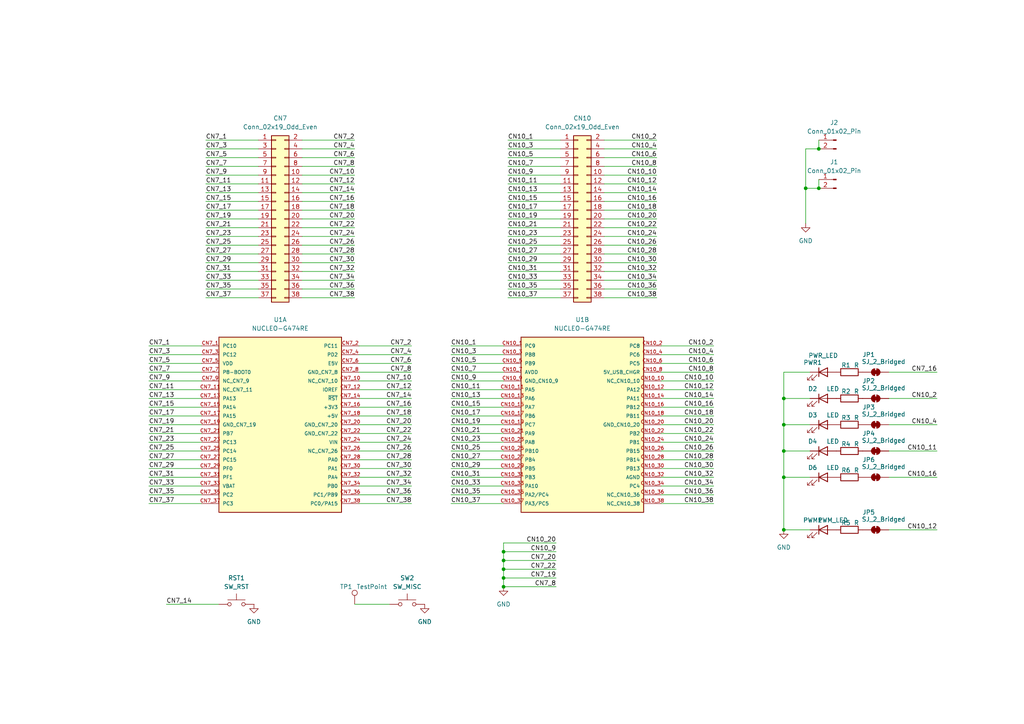
<source format=kicad_sch>
(kicad_sch (version 20250114) (generator "eeschema") (generator_version "9.0")
  (paper "A4")
  (lib_symbols
    (symbol "Connector:Conn_01x02_Pin" (pin_names (offset 1.016) (hide yes))
      (property "Reference" "J" (at 0 2.54 0))
      (property "Value" "Conn_01x02_Pin" (at 0 -5.08 0))
      (symbol "Conn_01x02_Pin_1_1"
        (rectangle (start 0.8636 0.127) (end 0 -0.127) (stroke (width 0.1524)) (fill (type outline)))
        (rectangle (start 0.8636 -2.413) (end 0 -2.667) (stroke (width 0.1524)) (fill (type outline)))
        (polyline (pts (xy 1.27 0) (xy 0.8636 0)) (stroke (width 0.1524)))
        (polyline (pts (xy 1.27 -2.54) (xy 0.8636 -2.54)) (stroke (width 0.1524)))
        (pin passive line (at 5.08 0 180) (length 3.81) (name "Pin_1") (number "1"))
        (pin passive line (at 5.08 -2.54 180) (length 3.81) (name "Pin_2") (number "2"))
      )
    )
    (symbol "Connector:TestPoint" (pin_numbers (hide yes)) (pin_names (offset 0.762) (hide yes))
      (property "Reference" "TP" (at 0 6.858 0))
      (property "Value" "TestPoint" (at 0 5.08 0))
      (symbol "TestPoint_0_1"
        (circle (center 0 3.302) (radius 0.762))
      )
      (symbol "TestPoint_1_1"
        (pin passive line (at 0 0 90) (length 2.54) (name "1") (number "1"))
      )
    )
    (symbol "Connector_Generic:Conn_02x19_Odd_Even" (pin_names (offset 1.016) (hide yes))
      (property "Reference" "J" (at 1.27 25.4 0))
      (property "Value" "Conn_02x19_Odd_Even" (at 1.27 -25.4 0))
      (symbol "Conn_02x19_Odd_Even_1_1"
        (rectangle (start -1.27 24.13) (end 3.81 -24.13) (stroke (width 0.254)) (fill (type background)))
        (rectangle (start -1.27 22.987) (end 0 22.733) (stroke (width 0.1524)))
        (rectangle (start -1.27 20.447) (end 0 20.193) (stroke (width 0.1524)))
        (rectangle (start -1.27 17.907) (end 0 17.653) (stroke (width 0.1524)))
        (rectangle (start -1.27 15.367) (end 0 15.113) (stroke (width 0.1524)))
        (rectangle (start -1.27 12.827) (end 0 12.573) (stroke (width 0.1524)))
        (rectangle (start -1.27 10.287) (end 0 10.033) (stroke (width 0.1524)))
        (rectangle (start -1.27 7.747) (end 0 7.493) (stroke (width 0.1524)))
        (rectangle (start -1.27 5.207) (end 0 4.953) (stroke (width 0.1524)))
        (rectangle (start -1.27 2.667) (end 0 2.413) (stroke (width 0.1524)))
        (rectangle (start -1.27 0.127) (end 0 -0.127) (stroke (width 0.1524)))
        (rectangle (start -1.27 -2.413) (end 0 -2.667) (stroke (width 0.1524)))
        (rectangle (start -1.27 -4.953) (end 0 -5.207) (stroke (width 0.1524)))
        (rectangle (start -1.27 -7.493) (end 0 -7.747) (stroke (width 0.1524)))
        (rectangle (start -1.27 -10.033) (end 0 -10.287) (stroke (width 0.1524)))
        (rectangle (start -1.27 -12.573) (end 0 -12.827) (stroke (width 0.1524)))
        (rectangle (start -1.27 -15.113) (end 0 -15.367) (stroke (width 0.1524)))
        (rectangle (start -1.27 -17.653) (end 0 -17.907) (stroke (width 0.1524)))
        (rectangle (start -1.27 -20.193) (end 0 -20.447) (stroke (width 0.1524)))
        (rectangle (start -1.27 -22.733) (end 0 -22.987) (stroke (width 0.1524)))
        (rectangle (start 3.81 22.987) (end 2.54 22.733) (stroke (width 0.1524)))
        (rectangle (start 3.81 20.447) (end 2.54 20.193) (stroke (width 0.1524)))
        (rectangle (start 3.81 17.907) (end 2.54 17.653) (stroke (width 0.1524)))
        (rectangle (start 3.81 15.367) (end 2.54 15.113) (stroke (width 0.1524)))
        (rectangle (start 3.81 12.827) (end 2.54 12.573) (stroke (width 0.1524)))
        (rectangle (start 3.81 10.287) (end 2.54 10.033) (stroke (width 0.1524)))
        (rectangle (start 3.81 7.747) (end 2.54 7.493) (stroke (width 0.1524)))
        (rectangle (start 3.81 5.207) (end 2.54 4.953) (stroke (width 0.1524)))
        (rectangle (start 3.81 2.667) (end 2.54 2.413) (stroke (width 0.1524)))
        (rectangle (start 3.81 0.127) (end 2.54 -0.127) (stroke (width 0.1524)))
        (rectangle (start 3.81 -2.413) (end 2.54 -2.667) (stroke (width 0.1524)))
        (rectangle (start 3.81 -4.953) (end 2.54 -5.207) (stroke (width 0.1524)))
        (rectangle (start 3.81 -7.493) (end 2.54 -7.747) (stroke (width 0.1524)))
        (rectangle (start 3.81 -10.033) (end 2.54 -10.287) (stroke (width 0.1524)))
        (rectangle (start 3.81 -12.573) (end 2.54 -12.827) (stroke (width 0.1524)))
        (rectangle (start 3.81 -15.113) (end 2.54 -15.367) (stroke (width 0.1524)))
        (rectangle (start 3.81 -17.653) (end 2.54 -17.907) (stroke (width 0.1524)))
        (rectangle (start 3.81 -20.193) (end 2.54 -20.447) (stroke (width 0.1524)))
        (rectangle (start 3.81 -22.733) (end 2.54 -22.987) (stroke (width 0.1524)))
        (pin passive line (at -5.08 22.86 0) (length 3.81) (name "Pin_1") (number "1"))
        (pin passive line (at -5.08 20.32 0) (length 3.81) (name "Pin_3") (number "3"))
        (pin passive line (at -5.08 17.78 0) (length 3.81) (name "Pin_5") (number "5"))
        (pin passive line (at -5.08 15.24 0) (length 3.81) (name "Pin_7") (number "7"))
        (pin passive line (at -5.08 12.7 0) (length 3.81) (name "Pin_9") (number "9"))
        (pin passive line (at -5.08 10.16 0) (length 3.81) (name "Pin_11") (number "11"))
        (pin passive line (at -5.08 7.62 0) (length 3.81) (name "Pin_13") (number "13"))
        (pin passive line (at -5.08 5.08 0) (length 3.81) (name "Pin_15") (number "15"))
        (pin passive line (at -5.08 2.54 0) (length 3.81) (name "Pin_17") (number "17"))
        (pin passive line (at -5.08 0 0) (length 3.81) (name "Pin_19") (number "19"))
        (pin passive line (at -5.08 -2.54 0) (length 3.81) (name "Pin_21") (number "21"))
        (pin passive line (at -5.08 -5.08 0) (length 3.81) (name "Pin_23") (number "23"))
        (pin passive line (at -5.08 -7.62 0) (length 3.81) (name "Pin_25") (number "25"))
        (pin passive line (at -5.08 -10.16 0) (length 3.81) (name "Pin_27") (number "27"))
        (pin passive line (at -5.08 -12.7 0) (length 3.81) (name "Pin_29") (number "29"))
        (pin passive line (at -5.08 -15.24 0) (length 3.81) (name "Pin_31") (number "31"))
        (pin passive line (at -5.08 -17.78 0) (length 3.81) (name "Pin_33") (number "33"))
        (pin passive line (at -5.08 -20.32 0) (length 3.81) (name "Pin_35") (number "35"))
        (pin passive line (at -5.08 -22.86 0) (length 3.81) (name "Pin_37") (number "37"))
        (pin passive line (at 7.62 22.86 180) (length 3.81) (name "Pin_2") (number "2"))
        (pin passive line (at 7.62 20.32 180) (length 3.81) (name "Pin_4") (number "4"))
        (pin passive line (at 7.62 17.78 180) (length 3.81) (name "Pin_6") (number "6"))
        (pin passive line (at 7.62 15.24 180) (length 3.81) (name "Pin_8") (number "8"))
        (pin passive line (at 7.62 12.7 180) (length 3.81) (name "Pin_10") (number "10"))
        (pin passive line (at 7.62 10.16 180) (length 3.81) (name "Pin_12") (number "12"))
        (pin passive line (at 7.62 7.62 180) (length 3.81) (name "Pin_14") (number "14"))
        (pin passive line (at 7.62 5.08 180) (length 3.81) (name "Pin_16") (number "16"))
        (pin passive line (at 7.62 2.54 180) (length 3.81) (name "Pin_18") (number "18"))
        (pin passive line (at 7.62 0 180) (length 3.81) (name "Pin_20") (number "20"))
        (pin passive line (at 7.62 -2.54 180) (length 3.81) (name "Pin_22") (number "22"))
        (pin passive line (at 7.62 -5.08 180) (length 3.81) (name "Pin_24") (number "24"))
        (pin passive line (at 7.62 -7.62 180) (length 3.81) (name "Pin_26") (number "26"))
        (pin passive line (at 7.62 -10.16 180) (length 3.81) (name "Pin_28") (number "28"))
        (pin passive line (at 7.62 -12.7 180) (length 3.81) (name "Pin_30") (number "30"))
        (pin passive line (at 7.62 -15.24 180) (length 3.81) (name "Pin_32") (number "32"))
        (pin passive line (at 7.62 -17.78 180) (length 3.81) (name "Pin_34") (number "34"))
        (pin passive line (at 7.62 -20.32 180) (length 3.81) (name "Pin_36") (number "36"))
        (pin passive line (at 7.62 -22.86 180) (length 3.81) (name "Pin_38") (number "38"))
      )
    )
    (symbol "Device:LED" (pin_numbers (hide yes)) (pin_names (offset 1.016) (hide yes))
      (property "Reference" "D" (at 0 2.54 0))
      (property "Value" "LED" (at 0 -2.54 0))
      (symbol "LED_0_1"
        (polyline (pts (xy -3.048 -0.762) (xy -4.572 -2.286) (xy -3.81 -2.286) (xy -4.572 -2.286) (xy -4.572 -1.524)))
        (polyline (pts (xy -1.778 -0.762) (xy -3.302 -2.286) (xy -2.54 -2.286) (xy -3.302 -2.286) (xy -3.302 -1.524)))
        (polyline (pts (xy -1.27 0) (xy 1.27 0)))
        (polyline (pts (xy -1.27 -1.27) (xy -1.27 1.27)) (stroke (width 0.254)))
        (polyline (pts (xy 1.27 -1.27) (xy 1.27 1.27) (xy -1.27 0) (xy 1.27 -1.27)) (stroke (width 0.254)))
      )
      (symbol "LED_1_1"
        (pin passive line (at -3.81 0 0) (length 2.54) (name "K") (number "1"))
        (pin passive line (at 3.81 0 180) (length 2.54) (name "A") (number "2"))
      )
    )
    (symbol "Device:R" (pin_numbers (hide yes)) (pin_names (offset 0))
      (property "Reference" "R" (at 2.032 0 90))
      (property "Value" "R" (at 0 0 90))
      (symbol "R_0_1"
        (rectangle (start -1.016 -2.54) (end 1.016 2.54) (stroke (width 0.254)))
      )
      (symbol "R_1_1"
        (pin passive line (at 0 3.81 270) (length 1.27) (name "~") (number "1"))
        (pin passive line (at 0 -3.81 90) (length 1.27) (name "~") (number "2"))
      )
    )
    (symbol "Jumper:SolderJumper_2_Bridged" (pin_numbers (hide yes)) (pin_names (offset 0) (hide yes)) (exclude_from_sim yes) (in_bom no)
      (property "Reference" "JP" (at 0 2.032 0))
      (property "Value" "SolderJumper_2_Bridged" (at 0 -2.54 0))
      (symbol "SolderJumper_2_Bridged_0_1"
        (rectangle (start -0.508 0.508) (end 0.508 -0.508) (fill (type outline)))
        (polyline (pts (xy -0.254 1.016) (xy -0.254 -1.016)))
        (arc (start -0.254 -1.016) (mid -1.2656 0) (end -0.254 1.016))
        (arc (start -0.254 -1.016) (mid -1.2656 0) (end -0.254 1.016) (fill (type outline)))
        (arc (start 0.254 1.016) (mid 1.2656 0) (end 0.254 -1.016))
        (arc (start 0.254 1.016) (mid 1.2656 0) (end 0.254 -1.016) (fill (type outline)))
        (polyline (pts (xy 0.254 1.016) (xy 0.254 -1.016)))
      )
      (symbol "SolderJumper_2_Bridged_1_1"
        (pin passive line (at -3.81 0 0) (length 2.54) (name "A") (number "1"))
        (pin passive line (at 3.81 0 180) (length 2.54) (name "B") (number "2"))
      )
    )
    (symbol "NUCLEO-G474RE_1" (pin_names (offset 1.016))
      (property "Reference" "U1" (at 0 30.48 0))
      (property "Value" "NUCLEO-G474RE" (at 0 27.94 0))
      (symbol "NUCLEO-G474RE_1_1_0"
        (rectangle (start -17.78 -25.4) (end 17.78 25.4) (stroke (width 0.254)) (fill (type background)))
        (pin bidirectional line (at -22.86 22.86 0) (length 5.08) (name "PC10") (number "CN7_1"))
        (pin bidirectional line (at -22.86 20.32 0) (length 5.08) (name "PC12") (number "CN7_3"))
        (pin power_in line (at -22.86 17.78 0) (length 5.08) (name "VDD") (number "CN7_5"))
        (pin bidirectional line (at -22.86 15.24 0) (length 5.08) (name "P8-BOOT0") (number "CN7_7"))
        (pin bidirectional line (at -22.86 12.7 0) (length 5.08) (name "NC_CN7_9") (number "CN7_9"))
        (pin bidirectional line (at -22.86 10.16 0) (length 5.08) (name "NC_CN7_11") (number "CN7_11"))
        (pin bidirectional line (at -22.86 7.62 0) (length 5.08) (name "PA13") (number "CN7_13"))
        (pin bidirectional line (at -22.86 5.08 0) (length 5.08) (name "PA14") (number "CN7_15"))
        (pin bidirectional line (at -22.86 2.54 0) (length 5.08) (name "PA15") (number "CN7_17"))
        (pin power_in line (at -22.86 0 0) (length 5.08) (name "GND_CN7_19") (number "CN7_19"))
        (pin bidirectional line (at -22.86 -2.54 0) (length 5.08) (name "PB7") (number "CN7_21"))
        (pin bidirectional line (at -22.86 -5.08 0) (length 5.08) (name "PC13") (number "CN7_23"))
        (pin bidirectional line (at -22.86 -7.62 0) (length 5.08) (name "PC14") (number "CN7_25"))
        (pin bidirectional line (at -22.86 -10.16 0) (length 5.08) (name "PC15") (number "CN7_27"))
        (pin bidirectional line (at -22.86 -12.7 0) (length 5.08) (name "PF0") (number "CN7_29"))
        (pin bidirectional line (at -22.86 -15.24 0) (length 5.08) (name "PF1") (number "CN7_31"))
        (pin power_in line (at -22.86 -17.78 0) (length 5.08) (name "VBAT") (number "CN7_33"))
        (pin bidirectional line (at -22.86 -20.32 0) (length 5.08) (name "PC2") (number "CN7_35"))
        (pin bidirectional line (at -22.86 -22.86 0) (length 5.08) (name "PC3") (number "CN7_37"))
        (pin bidirectional line (at 22.86 22.86 180) (length 5.08) (name "PC11") (number "CN7_2"))
        (pin bidirectional line (at 22.86 20.32 180) (length 5.08) (name "PD2") (number "CN7_4"))
        (pin power_in line (at 22.86 17.78 180) (length 5.08) (name "E5V") (number "CN7_6"))
        (pin power_in line (at 22.86 15.24 180) (length 5.08) (name "GND_CN7_8") (number "CN7_8"))
        (pin bidirectional line (at 22.86 12.7 180) (length 5.08) (name "NC_CN7_10") (number "CN7_10"))
        (pin input line (at 22.86 10.16 180) (length 5.08) (name "IOREF") (number "CN7_12"))
        (pin bidirectional line (at 22.86 7.62 180) (length 5.08) (name "~{RST}") (number "CN7_14"))
        (pin power_in line (at 22.86 5.08 180) (length 5.08) (name "+3V3") (number "CN7_16"))
        (pin power_in line (at 22.86 2.54 180) (length 5.08) (name "+5V") (number "CN7_18"))
        (pin power_in line (at 22.86 0 180) (length 5.08) (name "GND_CN7_20") (number "CN7_20"))
        (pin power_in line (at 22.86 -2.54 180) (length 5.08) (name "GND_CN7_22") (number "CN7_22"))
        (pin power_in line (at 22.86 -5.08 180) (length 5.08) (name "VIN") (number "CN7_24"))
        (pin bidirectional line (at 22.86 -7.62 180) (length 5.08) (name "NC_CN7_26") (number "CN7_26"))
        (pin bidirectional line (at 22.86 -10.16 180) (length 5.08) (name "PA0") (number "CN7_28"))
        (pin bidirectional line (at 22.86 -12.7 180) (length 5.08) (name "PA1") (number "CN7_30"))
        (pin bidirectional line (at 22.86 -15.24 180) (length 5.08) (name "PA4") (number "CN7_32"))
        (pin bidirectional line (at 22.86 -17.78 180) (length 5.08) (name "PB0") (number "CN7_34"))
        (pin bidirectional line (at 22.86 -20.32 180) (length 5.08) (name "PC1/PB9") (number "CN7_36"))
        (pin bidirectional line (at 22.86 -22.86 180) (length 5.08) (name "PC0/PA15") (number "CN7_38"))
      )
      (symbol "NUCLEO-G474RE_1_2_0"
        (rectangle (start -17.78 -25.4) (end 17.78 25.4) (stroke (width 0.254)) (fill (type background)))
        (pin bidirectional line (at -22.86 22.86 0) (length 5.08) (name "PC9") (number "CN10_1"))
        (pin bidirectional line (at -22.86 20.32 0) (length 5.08) (name "PB8") (number "CN10_3"))
        (pin bidirectional line (at -22.86 17.78 0) (length 5.08) (name "PB9") (number "CN10_5"))
        (pin power_in line (at -22.86 15.24 0) (length 5.08) (name "AVDD") (number "CN10_7"))
        (pin power_in line (at -22.86 12.7 0) (length 5.08) (name "GND_CN10_9") (number "CN10_9"))
        (pin bidirectional line (at -22.86 10.16 0) (length 5.08) (name "PA5") (number "CN10_11"))
        (pin bidirectional line (at -22.86 7.62 0) (length 5.08) (name "PA6") (number "CN10_13"))
        (pin bidirectional line (at -22.86 5.08 0) (length 5.08) (name "PA7") (number "CN10_15"))
        (pin bidirectional line (at -22.86 2.54 0) (length 5.08) (name "PB6") (number "CN10_17"))
        (pin bidirectional line (at -22.86 0 0) (length 5.08) (name "PC7") (number "CN10_19"))
        (pin bidirectional line (at -22.86 -2.54 0) (length 5.08) (name "PA9") (number "CN10_21"))
        (pin bidirectional line (at -22.86 -5.08 0) (length 5.08) (name "PA8") (number "CN10_23"))
        (pin bidirectional line (at -22.86 -7.62 0) (length 5.08) (name "PB10") (number "CN10_25"))
        (pin bidirectional line (at -22.86 -10.16 0) (length 5.08) (name "PB4") (number "CN10_27"))
        (pin bidirectional line (at -22.86 -12.7 0) (length 5.08) (name "PB5") (number "CN10_29"))
        (pin bidirectional line (at -22.86 -15.24 0) (length 5.08) (name "PB3") (number "CN10_31"))
        (pin bidirectional line (at -22.86 -17.78 0) (length 5.08) (name "PA10") (number "CN10_33"))
        (pin bidirectional line (at -22.86 -20.32 0) (length 5.08) (name "PA2/PC4") (number "CN10_35"))
        (pin bidirectional line (at -22.86 -22.86 0) (length 5.08) (name "PA3/PC5") (number "CN10_37"))
        (pin bidirectional line (at 22.86 22.86 180) (length 5.08) (name "PC8") (number "CN10_2"))
        (pin bidirectional line (at 22.86 20.32 180) (length 5.08) (name "PC6") (number "CN10_4"))
        (pin bidirectional line (at 22.86 17.78 180) (length 5.08) (name "PC5") (number "CN10_6"))
        (pin power_in line (at 22.86 15.24 180) (length 5.08) (name "5V_USB_CHGR") (number "CN10_8"))
        (pin bidirectional line (at 22.86 12.7 180) (length 5.08) (name "NC_CN10_10") (number "CN10_10"))
        (pin bidirectional line (at 22.86 10.16 180) (length 5.08) (name "PA12") (number "CN10_12"))
        (pin bidirectional line (at 22.86 7.62 180) (length 5.08) (name "PA11") (number "CN10_14"))
        (pin bidirectional line (at 22.86 5.08 180) (length 5.08) (name "PB12") (number "CN10_16"))
        (pin bidirectional line (at 22.86 2.54 180) (length 5.08) (name "PB11") (number "CN10_18"))
        (pin power_in line (at 22.86 0 180) (length 5.08) (name "GND_CN10_20") (number "CN10_20"))
        (pin bidirectional line (at 22.86 -2.54 180) (length 5.08) (name "PB2") (number "CN10_22"))
        (pin bidirectional line (at 22.86 -5.08 180) (length 5.08) (name "PB1") (number "CN10_24"))
        (pin bidirectional line (at 22.86 -7.62 180) (length 5.08) (name "PB15") (number "CN10_26"))
        (pin bidirectional line (at 22.86 -10.16 180) (length 5.08) (name "PB14") (number "CN10_28"))
        (pin bidirectional line (at 22.86 -12.7 180) (length 5.08) (name "PB13") (number "CN10_30"))
        (pin power_in line (at 22.86 -15.24 180) (length 5.08) (name "AGND") (number "CN10_32"))
        (pin bidirectional line (at 22.86 -17.78 180) (length 5.08) (name "PC4") (number "CN10_34"))
        (pin bidirectional line (at 22.86 -20.32 180) (length 5.08) (name "NC_CN10_36") (number "CN10_36"))
        (pin bidirectional line (at 22.86 -22.86 180) (length 5.08) (name "NC_CN10_38") (number "CN10_38"))
      )
    )
    (symbol "NUCLEO-G474REc:NUCLEO-G474RE" (pin_names (offset 1.016))
      (property "Reference" "U1" (at 0 30.48 0))
      (property "Value" "NUCLEO-G474RE" (at 0 27.94 0))
      (symbol "NUCLEO-G474RE_1_0"
        (rectangle (start -17.78 -25.4) (end 17.78 25.4) (stroke (width 0.254)) (fill (type background)))
        (pin bidirectional line (at -22.86 22.86 0) (length 5.08) (name "PC10") (number "CN7_1"))
        (pin bidirectional line (at -22.86 20.32 0) (length 5.08) (name "PC12") (number "CN7_3"))
        (pin power_in line (at -22.86 17.78 0) (length 5.08) (name "VDD") (number "CN7_5"))
        (pin bidirectional line (at -22.86 15.24 0) (length 5.08) (name "P8-BOOT0") (number "CN7_7"))
        (pin bidirectional line (at -22.86 12.7 0) (length 5.08) (name "NC_CN7_9") (number "CN7_9"))
        (pin bidirectional line (at -22.86 10.16 0) (length 5.08) (name "NC_CN7_11") (number "CN7_11"))
        (pin bidirectional line (at -22.86 7.62 0) (length 5.08) (name "PA13") (number "CN7_13"))
        (pin bidirectional line (at -22.86 5.08 0) (length 5.08) (name "PA14") (number "CN7_15"))
        (pin bidirectional line (at -22.86 2.54 0) (length 5.08) (name "PA15") (number "CN7_17"))
        (pin power_in line (at -22.86 0 0) (length 5.08) (name "GND_CN7_19") (number "CN7_19"))
        (pin bidirectional line (at -22.86 -2.54 0) (length 5.08) (name "PB7") (number "CN7_21"))
        (pin bidirectional line (at -22.86 -5.08 0) (length 5.08) (name "PC13") (number "CN7_23"))
        (pin bidirectional line (at -22.86 -7.62 0) (length 5.08) (name "PC14") (number "CN7_25"))
        (pin bidirectional line (at -22.86 -10.16 0) (length 5.08) (name "PC15") (number "CN7_27"))
        (pin bidirectional line (at -22.86 -12.7 0) (length 5.08) (name "PF0") (number "CN7_29"))
        (pin bidirectional line (at -22.86 -15.24 0) (length 5.08) (name "PF1") (number "CN7_31"))
        (pin power_in line (at -22.86 -17.78 0) (length 5.08) (name "VBAT") (number "CN7_33"))
        (pin bidirectional line (at -22.86 -20.32 0) (length 5.08) (name "PC2") (number "CN7_35"))
        (pin bidirectional line (at -22.86 -22.86 0) (length 5.08) (name "PC3") (number "CN7_37"))
        (pin bidirectional line (at 22.86 22.86 180) (length 5.08) (name "PC11") (number "CN7_2"))
        (pin bidirectional line (at 22.86 20.32 180) (length 5.08) (name "PD2") (number "CN7_4"))
        (pin power_in line (at 22.86 17.78 180) (length 5.08) (name "E5V") (number "CN7_6"))
        (pin power_in line (at 22.86 15.24 180) (length 5.08) (name "GND_CN7_8") (number "CN7_8"))
        (pin bidirectional line (at 22.86 12.7 180) (length 5.08) (name "NC_CN7_10") (number "CN7_10"))
        (pin input line (at 22.86 10.16 180) (length 5.08) (name "IOREF") (number "CN7_12"))
        (pin bidirectional line (at 22.86 7.62 180) (length 5.08) (name "~{RST}") (number "CN7_14"))
        (pin power_in line (at 22.86 5.08 180) (length 5.08) (name "+3V3") (number "CN7_16"))
        (pin power_in line (at 22.86 2.54 180) (length 5.08) (name "+5V") (number "CN7_18"))
        (pin power_in line (at 22.86 0 180) (length 5.08) (name "GND_CN7_20") (number "CN7_20"))
        (pin power_in line (at 22.86 -2.54 180) (length 5.08) (name "GND_CN7_22") (number "CN7_22"))
        (pin power_in line (at 22.86 -5.08 180) (length 5.08) (name "VIN") (number "CN7_24"))
        (pin bidirectional line (at 22.86 -7.62 180) (length 5.08) (name "NC_CN7_26") (number "CN7_26"))
        (pin bidirectional line (at 22.86 -10.16 180) (length 5.08) (name "PA0") (number "CN7_28"))
        (pin bidirectional line (at 22.86 -12.7 180) (length 5.08) (name "PA1") (number "CN7_30"))
        (pin bidirectional line (at 22.86 -15.24 180) (length 5.08) (name "PA4") (number "CN7_32"))
        (pin bidirectional line (at 22.86 -17.78 180) (length 5.08) (name "PB0") (number "CN7_34"))
        (pin bidirectional line (at 22.86 -20.32 180) (length 5.08) (name "PC1/PB9") (number "CN7_36"))
        (pin bidirectional line (at 22.86 -22.86 180) (length 5.08) (name "PC0/PA15") (number "CN7_38"))
      )
      (symbol "NUCLEO-G474RE_2_0"
        (rectangle (start -17.78 -25.4) (end 17.78 25.4) (stroke (width 0.254)) (fill (type background)))
        (pin bidirectional line (at -22.86 22.86 0) (length 5.08) (name "PC9") (number "CN10_1"))
        (pin bidirectional line (at -22.86 20.32 0) (length 5.08) (name "PB8") (number "CN10_3"))
        (pin bidirectional line (at -22.86 17.78 0) (length 5.08) (name "PB9") (number "CN10_5"))
        (pin power_in line (at -22.86 15.24 0) (length 5.08) (name "AVDD") (number "CN10_7"))
        (pin power_in line (at -22.86 12.7 0) (length 5.08) (name "GND_CN10_9") (number "CN10_9"))
        (pin bidirectional line (at -22.86 10.16 0) (length 5.08) (name "PA5") (number "CN10_11"))
        (pin bidirectional line (at -22.86 7.62 0) (length 5.08) (name "PA6") (number "CN10_13"))
        (pin bidirectional line (at -22.86 5.08 0) (length 5.08) (name "PA7") (number "CN10_15"))
        (pin bidirectional line (at -22.86 2.54 0) (length 5.08) (name "PB6") (number "CN10_17"))
        (pin bidirectional line (at -22.86 0 0) (length 5.08) (name "PC7") (number "CN10_19"))
        (pin bidirectional line (at -22.86 -2.54 0) (length 5.08) (name "PA9") (number "CN10_21"))
        (pin bidirectional line (at -22.86 -5.08 0) (length 5.08) (name "PA8") (number "CN10_23"))
        (pin bidirectional line (at -22.86 -7.62 0) (length 5.08) (name "PB10") (number "CN10_25"))
        (pin bidirectional line (at -22.86 -10.16 0) (length 5.08) (name "PB4") (number "CN10_27"))
        (pin bidirectional line (at -22.86 -12.7 0) (length 5.08) (name "PB5") (number "CN10_29"))
        (pin bidirectional line (at -22.86 -15.24 0) (length 5.08) (name "PB3") (number "CN10_31"))
        (pin bidirectional line (at -22.86 -17.78 0) (length 5.08) (name "PA10") (number "CN10_33"))
        (pin bidirectional line (at -22.86 -20.32 0) (length 5.08) (name "PA2/PC4") (number "CN10_35"))
        (pin bidirectional line (at -22.86 -22.86 0) (length 5.08) (name "PA3/PC5") (number "CN10_37"))
        (pin bidirectional line (at 22.86 22.86 180) (length 5.08) (name "PC8") (number "CN10_2"))
        (pin bidirectional line (at 22.86 20.32 180) (length 5.08) (name "PC6") (number "CN10_4"))
        (pin bidirectional line (at 22.86 17.78 180) (length 5.08) (name "PC5") (number "CN10_6"))
        (pin power_in line (at 22.86 15.24 180) (length 5.08) (name "5V_USB_CHGR") (number "CN10_8"))
        (pin bidirectional line (at 22.86 12.7 180) (length 5.08) (name "NC_CN10_10") (number "CN10_10"))
        (pin bidirectional line (at 22.86 10.16 180) (length 5.08) (name "PA12") (number "CN10_12"))
        (pin bidirectional line (at 22.86 7.62 180) (length 5.08) (name "PA11") (number "CN10_14"))
        (pin bidirectional line (at 22.86 5.08 180) (length 5.08) (name "PB12") (number "CN10_16"))
        (pin bidirectional line (at 22.86 2.54 180) (length 5.08) (name "PB11") (number "CN10_18"))
        (pin power_in line (at 22.86 0 180) (length 5.08) (name "GND_CN10_20") (number "CN10_20"))
        (pin bidirectional line (at 22.86 -2.54 180) (length 5.08) (name "PB2") (number "CN10_22"))
        (pin bidirectional line (at 22.86 -5.08 180) (length 5.08) (name "PB1") (number "CN10_24"))
        (pin bidirectional line (at 22.86 -7.62 180) (length 5.08) (name "PB15") (number "CN10_26"))
        (pin bidirectional line (at 22.86 -10.16 180) (length 5.08) (name "PB14") (number "CN10_28"))
        (pin bidirectional line (at 22.86 -12.7 180) (length 5.08) (name "PB13") (number "CN10_30"))
        (pin power_in line (at 22.86 -15.24 180) (length 5.08) (name "AGND") (number "CN10_32"))
        (pin bidirectional line (at 22.86 -17.78 180) (length 5.08) (name "PC4") (number "CN10_34"))
        (pin bidirectional line (at 22.86 -20.32 180) (length 5.08) (name "NC_CN10_36") (number "CN10_36"))
        (pin bidirectional line (at 22.86 -22.86 180) (length 5.08) (name "NC_CN10_38") (number "CN10_38"))
      )
    )
    (symbol "Switch:SW_Push" (pin_numbers (hide yes)) (pin_names (offset 1.016) (hide yes))
      (property "Reference" "SW" (at 1.27 2.54 0))
      (property "Value" "SW_Push" (at 0 -1.524 0))
      (symbol "SW_Push_0_1"
        (circle (center -2.032 0) (radius 0.508))
        (polyline (pts (xy 0 1.27) (xy 0 3.048)))
        (circle (center 2.032 0) (radius 0.508))
        (polyline (pts (xy 2.54 1.27) (xy -2.54 1.27)))
        (pin passive line (at -5.08 0 0) (length 2.54) (name "1") (number "1"))
        (pin passive line (at 5.08 0 180) (length 2.54) (name "2") (number "2"))
      )
    )
    (symbol "power:GND" (power) (pin_numbers (hide yes)) (pin_names (offset 0) (hide yes))
      (property "Value" "GND" (at 0 -3.81 0))
      (symbol "GND_0_1"
        (polyline (pts (xy 0 0) (xy 0 -1.27) (xy 1.27 -1.27) (xy 0 -2.54) (xy -1.27 -1.27) (xy 0 -1.27)))
      )
      (symbol "GND_1_1"
        (pin power_in line (at 0 0 270) (length 0) (name "~") (number "1"))
      )
    )
  )
  (junction (at 227.33 130.81))
  (junction (at 233.68 54.61))
  (junction (at 227.33 123.19))
  (junction (at 227.33 138.43))
  (junction (at 146.05 170.18))
  (junction (at 237.49 54.61))
  (junction (at 146.05 162.56))
  (junction (at 227.33 115.57))
  (junction (at 146.05 160.02))
  (junction (at 227.33 153.67))
  (junction (at 146.05 165.1))
  (junction (at 237.49 43.18))
  (junction (at 146.05 167.64))
  (wire (pts (xy 130.81 146.05) (xy 146.05 146.05)))
  (wire (pts (xy 102.87 86.36) (xy 87.63 86.36)))
  (wire (pts (xy 147.32 43.18) (xy 162.56 43.18)))
  (wire (pts (xy 59.69 66.04) (xy 74.93 66.04)))
  (wire (pts (xy 102.87 66.04) (xy 87.63 66.04)))
  (wire (pts (xy 227.33 130.81) (xy 227.33 138.43)))
  (wire (pts (xy 147.32 45.72) (xy 162.56 45.72)))
  (wire (pts (xy 147.32 78.74) (xy 162.56 78.74)))
  (wire (pts (xy 59.69 60.96) (xy 74.93 60.96)))
  (wire (pts (xy 147.32 55.88) (xy 162.56 55.88)))
  (wire (pts (xy 207.01 138.43) (xy 191.77 138.43)))
  (wire (pts (xy 190.5 86.36) (xy 175.26 86.36)))
  (wire (pts (xy 147.32 71.12) (xy 162.56 71.12)))
  (wire (pts (xy 102.87 68.58) (xy 87.63 68.58)))
  (wire (pts (xy 130.81 120.65) (xy 146.05 120.65)))
  (wire (pts (xy 161.29 167.64) (xy 146.05 167.64)))
  (wire (pts (xy 130.81 107.95) (xy 146.05 107.95)))
  (wire (pts (xy 130.81 115.57) (xy 146.05 115.57)))
  (wire (pts (xy 59.69 73.66) (xy 74.93 73.66)))
  (wire (pts (xy 43.18 110.49) (xy 58.42 110.49)))
  (wire (pts (xy 59.69 71.12) (xy 74.93 71.12)))
  (wire (pts (xy 59.69 50.8) (xy 74.93 50.8)))
  (wire (pts (xy 43.18 135.89) (xy 58.42 135.89)))
  (wire (pts (xy 43.18 107.95) (xy 58.42 107.95)))
  (wire (pts (xy 119.38 120.65) (xy 104.14 120.65)))
  (wire (pts (xy 43.18 130.81) (xy 58.42 130.81)))
  (wire (pts (xy 207.01 107.95) (xy 191.77 107.95)))
  (wire (pts (xy 190.5 40.64) (xy 175.26 40.64)))
  (wire (pts (xy 190.5 58.42) (xy 175.26 58.42)))
  (wire (pts (xy 190.5 66.04) (xy 175.26 66.04)))
  (wire (pts (xy 119.38 135.89) (xy 104.14 135.89)))
  (wire (pts (xy 119.38 123.19) (xy 104.14 123.19)))
  (wire (pts (xy 119.38 128.27) (xy 104.14 128.27)))
  (wire (pts (xy 130.81 133.35) (xy 146.05 133.35)))
  (wire (pts (xy 102.87 76.2) (xy 87.63 76.2)))
  (wire (pts (xy 130.81 100.33) (xy 146.05 100.33)))
  (wire (pts (xy 146.05 160.02) (xy 146.05 162.56)))
  (wire (pts (xy 237.49 40.64) (xy 237.49 43.18)))
  (wire (pts (xy 207.01 102.87) (xy 191.77 102.87)))
  (wire (pts (xy 207.01 115.57) (xy 191.77 115.57)))
  (wire (pts (xy 227.33 123.19) (xy 227.33 130.81)))
  (wire (pts (xy 227.33 138.43) (xy 234.95 138.43)))
  (wire (pts (xy 59.69 63.5) (xy 74.93 63.5)))
  (wire (pts (xy 147.32 81.28) (xy 162.56 81.28)))
  (wire (pts (xy 130.81 123.19) (xy 146.05 123.19)))
  (wire (pts (xy 190.5 43.18) (xy 175.26 43.18)))
  (wire (pts (xy 207.01 130.81) (xy 191.77 130.81)))
  (wire (pts (xy 102.87 81.28) (xy 87.63 81.28)))
  (wire (pts (xy 190.5 78.74) (xy 175.26 78.74)))
  (wire (pts (xy 119.38 100.33) (xy 104.14 100.33)))
  (wire (pts (xy 227.33 115.57) (xy 227.33 123.19)))
  (wire (pts (xy 43.18 125.73) (xy 58.42 125.73)))
  (wire (pts (xy 119.38 115.57) (xy 104.14 115.57)))
  (wire (pts (xy 146.05 162.56) (xy 146.05 165.1)))
  (wire (pts (xy 130.81 102.87) (xy 146.05 102.87)))
  (wire (pts (xy 119.38 140.97) (xy 104.14 140.97)))
  (wire (pts (xy 207.01 105.41) (xy 191.77 105.41)))
  (wire (pts (xy 102.87 48.26) (xy 87.63 48.26)))
  (wire (pts (xy 130.81 105.41) (xy 146.05 105.41)))
  (wire (pts (xy 119.38 105.41) (xy 104.14 105.41)))
  (wire (pts (xy 146.05 165.1) (xy 146.05 167.64)))
  (wire (pts (xy 43.18 146.05) (xy 58.42 146.05)))
  (wire (pts (xy 190.5 83.82) (xy 175.26 83.82)))
  (wire (pts (xy 237.49 43.18) (xy 233.68 43.18)))
  (wire (pts (xy 257.81 130.81) (xy 271.78 130.81)))
  (wire (pts (xy 43.18 138.43) (xy 58.42 138.43)))
  (wire (pts (xy 227.33 153.67) (xy 234.95 153.67)))
  (wire (pts (xy 119.38 146.05) (xy 104.14 146.05)))
  (wire (pts (xy 257.81 123.19) (xy 271.78 123.19)))
  (wire (pts (xy 102.87 45.72) (xy 87.63 45.72)))
  (wire (pts (xy 102.87 58.42) (xy 87.63 58.42)))
  (wire (pts (xy 119.38 125.73) (xy 104.14 125.73)))
  (wire (pts (xy 130.81 118.11) (xy 146.05 118.11)))
  (wire (pts (xy 190.5 48.26) (xy 175.26 48.26)))
  (wire (pts (xy 102.87 175.26) (xy 113.03 175.26)))
  (wire (pts (xy 102.87 50.8) (xy 87.63 50.8)))
  (wire (pts (xy 102.87 63.5) (xy 87.63 63.5)))
  (wire (pts (xy 190.5 76.2) (xy 175.26 76.2)))
  (wire (pts (xy 257.81 107.95) (xy 271.78 107.95)))
  (wire (pts (xy 119.38 143.51) (xy 104.14 143.51)))
  (wire (pts (xy 147.32 66.04) (xy 162.56 66.04)))
  (wire (pts (xy 59.69 83.82) (xy 74.93 83.82)))
  (wire (pts (xy 130.81 125.73) (xy 146.05 125.73)))
  (wire (pts (xy 102.87 83.82) (xy 87.63 83.82)))
  (wire (pts (xy 59.69 55.88) (xy 74.93 55.88)))
  (wire (pts (xy 207.01 140.97) (xy 191.77 140.97)))
  (wire (pts (xy 233.68 54.61) (xy 237.49 54.61)))
  (wire (pts (xy 119.38 138.43) (xy 104.14 138.43)))
  (wire (pts (xy 146.05 167.64) (xy 146.05 170.18)))
  (wire (pts (xy 257.81 115.57) (xy 271.78 115.57)))
  (wire (pts (xy 102.87 40.64) (xy 87.63 40.64)))
  (wire (pts (xy 207.01 128.27) (xy 191.77 128.27)))
  (wire (pts (xy 147.32 53.34) (xy 162.56 53.34)))
  (wire (pts (xy 102.87 71.12) (xy 87.63 71.12)))
  (wire (pts (xy 227.33 123.19) (xy 234.95 123.19)))
  (wire (pts (xy 147.32 76.2) (xy 162.56 76.2)))
  (wire (pts (xy 119.38 102.87) (xy 104.14 102.87)))
  (wire (pts (xy 59.69 58.42) (xy 74.93 58.42)))
  (wire (pts (xy 257.81 138.43) (xy 271.78 138.43)))
  (wire (pts (xy 207.01 118.11) (xy 191.77 118.11)))
  (wire (pts (xy 59.69 40.64) (xy 74.93 40.64)))
  (wire (pts (xy 119.38 130.81) (xy 104.14 130.81)))
  (wire (pts (xy 147.32 40.64) (xy 162.56 40.64)))
  (wire (pts (xy 102.87 78.74) (xy 87.63 78.74)))
  (wire (pts (xy 190.5 60.96) (xy 175.26 60.96)))
  (wire (pts (xy 43.18 143.51) (xy 58.42 143.51)))
  (wire (pts (xy 130.81 130.81) (xy 146.05 130.81)))
  (wire (pts (xy 130.81 143.51) (xy 146.05 143.51)))
  (wire (pts (xy 147.32 68.58) (xy 162.56 68.58)))
  (wire (pts (xy 147.32 50.8) (xy 162.56 50.8)))
  (wire (pts (xy 43.18 100.33) (xy 58.42 100.33)))
  (wire (pts (xy 147.32 63.5) (xy 162.56 63.5)))
  (wire (pts (xy 147.32 48.26) (xy 162.56 48.26)))
  (wire (pts (xy 147.32 73.66) (xy 162.56 73.66)))
  (wire (pts (xy 102.87 43.18) (xy 87.63 43.18)))
  (wire (pts (xy 119.38 110.49) (xy 104.14 110.49)))
  (wire (pts (xy 59.69 86.36) (xy 74.93 86.36)))
  (wire (pts (xy 147.32 58.42) (xy 162.56 58.42)))
  (wire (pts (xy 207.01 120.65) (xy 191.77 120.65)))
  (wire (pts (xy 147.32 83.82) (xy 162.56 83.82)))
  (wire (pts (xy 234.95 107.95) (xy 227.33 107.95)))
  (wire (pts (xy 207.01 133.35) (xy 191.77 133.35)))
  (wire (pts (xy 161.29 162.56) (xy 146.05 162.56)))
  (wire (pts (xy 207.01 110.49) (xy 191.77 110.49)))
  (wire (pts (xy 190.5 55.88) (xy 175.26 55.88)))
  (wire (pts (xy 43.18 123.19) (xy 58.42 123.19)))
  (wire (pts (xy 207.01 143.51) (xy 191.77 143.51)))
  (wire (pts (xy 102.87 60.96) (xy 87.63 60.96)))
  (wire (pts (xy 130.81 110.49) (xy 146.05 110.49)))
  (wire (pts (xy 207.01 100.33) (xy 191.77 100.33)))
  (wire (pts (xy 233.68 54.61) (xy 233.68 64.77)))
  (wire (pts (xy 102.87 53.34) (xy 87.63 53.34)))
  (wire (pts (xy 227.33 138.43) (xy 227.33 153.67)))
  (wire (pts (xy 190.5 73.66) (xy 175.26 73.66)))
  (wire (pts (xy 102.87 55.88) (xy 87.63 55.88)))
  (wire (pts (xy 59.69 48.26) (xy 74.93 48.26)))
  (wire (pts (xy 48.26 175.26) (xy 63.5 175.26)))
  (wire (pts (xy 119.38 107.95) (xy 104.14 107.95)))
  (wire (pts (xy 190.5 50.8) (xy 175.26 50.8)))
  (wire (pts (xy 43.18 113.03) (xy 58.42 113.03)))
  (wire (pts (xy 146.05 157.48) (xy 146.05 160.02)))
  (wire (pts (xy 190.5 45.72) (xy 175.26 45.72)))
  (wire (pts (xy 43.18 120.65) (xy 58.42 120.65)))
  (wire (pts (xy 119.38 118.11) (xy 104.14 118.11)))
  (wire (pts (xy 190.5 81.28) (xy 175.26 81.28)))
  (wire (pts (xy 207.01 146.05) (xy 191.77 146.05)))
  (wire (pts (xy 130.81 140.97) (xy 146.05 140.97)))
  (wire (pts (xy 130.81 128.27) (xy 146.05 128.27)))
  (wire (pts (xy 207.01 113.03) (xy 191.77 113.03)))
  (wire (pts (xy 43.18 133.35) (xy 58.42 133.35)))
  (wire (pts (xy 161.29 165.1) (xy 146.05 165.1)))
  (wire (pts (xy 233.68 43.18) (xy 233.68 54.61)))
  (wire (pts (xy 43.18 140.97) (xy 58.42 140.97)))
  (wire (pts (xy 161.29 157.48) (xy 146.05 157.48)))
  (wire (pts (xy 190.5 71.12) (xy 175.26 71.12)))
  (wire (pts (xy 190.5 53.34) (xy 175.26 53.34)))
  (wire (pts (xy 130.81 113.03) (xy 146.05 113.03)))
  (wire (pts (xy 59.69 68.58) (xy 74.93 68.58)))
  (wire (pts (xy 43.18 102.87) (xy 58.42 102.87)))
  (wire (pts (xy 130.81 135.89) (xy 146.05 135.89)))
  (wire (pts (xy 59.69 53.34) (xy 74.93 53.34)))
  (wire (pts (xy 161.29 160.02) (xy 146.05 160.02)))
  (wire (pts (xy 43.18 105.41) (xy 58.42 105.41)))
  (wire (pts (xy 147.32 86.36) (xy 162.56 86.36)))
  (wire (pts (xy 227.33 130.81) (xy 234.95 130.81)))
  (wire (pts (xy 207.01 135.89) (xy 191.77 135.89)))
  (wire (pts (xy 207.01 123.19) (xy 191.77 123.19)))
  (wire (pts (xy 43.18 115.57) (xy 58.42 115.57)))
  (wire (pts (xy 227.33 107.95) (xy 227.33 115.57)))
  (wire (pts (xy 59.69 76.2) (xy 74.93 76.2)))
  (wire (pts (xy 161.29 170.18) (xy 146.05 170.18)))
  (wire (pts (xy 130.81 138.43) (xy 146.05 138.43)))
  (wire (pts (xy 257.81 153.67) (xy 271.78 153.67)))
  (wire (pts (xy 59.69 45.72) (xy 74.93 45.72)))
  (wire (pts (xy 190.5 68.58) (xy 175.26 68.58)))
  (wire (pts (xy 59.69 81.28) (xy 74.93 81.28)))
  (wire (pts (xy 102.87 73.66) (xy 87.63 73.66)))
  (wire (pts (xy 119.38 133.35) (xy 104.14 133.35)))
  (wire (pts (xy 59.69 43.18) (xy 74.93 43.18)))
  (wire (pts (xy 190.5 63.5) (xy 175.26 63.5)))
  (wire (pts (xy 59.69 78.74) (xy 74.93 78.74)))
  (wire (pts (xy 43.18 128.27) (xy 58.42 128.27)))
  (wire (pts (xy 147.32 60.96) (xy 162.56 60.96)))
  (wire (pts (xy 43.18 118.11) (xy 58.42 118.11)))
  (wire (pts (xy 207.01 125.73) (xy 191.77 125.73)))
  (wire (pts (xy 119.38 113.03) (xy 104.14 113.03)))
  (wire (pts (xy 237.49 52.07) (xy 237.49 54.61)))
  (wire (pts (xy 227.33 115.57) (xy 234.95 115.57)))
  (label "CN7_4" (at 102.87 43.18 180))
  (label "CN7_8" (at 102.87 48.26 180))
  (label "CN10_24" (at 207.01 128.27 180))
  (label "CN10_12" (at 207.01 113.03 180))
  (label "CN10_23" (at 130.81 128.27 0))
  (label "CN10_5" (at 130.81 105.41 0))
  (label "CN7_3" (at 43.18 102.87 0))
  (label "CN7_5" (at 59.69 45.72 0))
  (label "CN7_37" (at 43.18 146.05 0))
  (label "CN7_1" (at 43.18 100.33 0))
  (label "CN10_13" (at 147.32 55.88 0))
  (label "CN7_14" (at 119.38 115.57 180))
  (label "CN7_29" (at 59.69 76.2 0))
  (label "CN7_23" (at 59.69 68.58 0))
  (label "CN10_17" (at 130.81 120.65 0))
  (label "CN10_32" (at 207.01 138.43 180))
  (label "CN10_16" (at 207.01 118.11 180))
  (label "CN7_6" (at 119.38 105.41 180))
  (label "CN7_7" (at 43.18 107.95 0))
  (label "CN10_28" (at 207.01 133.35 180))
  (label "CN10_11" (at 147.32 53.34 0))
  (label "CN10_25" (at 147.32 71.12 0))
  (label "CN7_6" (at 102.87 45.72 180))
  (label "CN10_30" (at 207.01 135.89 180))
  (label "CN10_9" (at 161.29 160.02 180))
  (label "CN10_27" (at 130.81 133.35 0))
  (label "CN7_34" (at 102.87 81.28 180))
  (label "CN10_29" (at 130.81 135.89 0))
  (label "CN7_26" (at 102.87 71.12 180))
  (label "CN7_16" (at 119.38 118.11 180))
  (label "CN7_35" (at 59.69 83.82 0))
  (label "CN7_7" (at 59.69 48.26 0))
  (label "CN7_2" (at 119.38 100.33 180))
  (label "CN7_22" (at 161.29 165.1 180))
  (label "CN7_16" (at 102.87 58.42 180))
  (label "CN10_2" (at 271.78 115.57 180))
  (label "CN7_20" (at 102.87 63.5 180))
  (label "CN7_20" (at 119.38 123.19 180))
  (label "CN10_20" (at 207.01 123.19 180))
  (label "CN10_4" (at 271.78 123.19 180))
  (label "CN7_4" (at 119.38 102.87 180))
  (label "CN7_27" (at 43.18 133.35 0))
  (label "CN7_24" (at 119.38 128.27 180))
  (label "CN7_11" (at 43.18 113.03 0))
  (label "CN10_4" (at 207.01 102.87 180))
  (label "CN10_13" (at 130.81 115.57 0))
  (label "CN10_11" (at 271.78 130.81 180))
  (label "CN10_1" (at 147.32 40.64 0))
  (label "CN10_6" (at 207.01 105.41 180))
  (label "CN10_11" (at 130.81 113.03 0))
  (label "CN7_32" (at 102.87 78.74 180))
  (label "CN10_3" (at 130.81 102.87 0))
  (label "CN7_36" (at 102.87 83.82 180))
  (label "CN10_16" (at 271.78 138.43 180))
  (label "CN7_26" (at 119.38 130.81 180))
  (label "CN7_12" (at 102.87 53.34 180))
  (label "CN10_14" (at 190.5 55.88 180))
  (label "CN7_28" (at 119.38 133.35 180))
  (label "CN10_21" (at 147.32 66.04 0))
  (label "CN7_31" (at 59.69 78.74 0))
  (label "CN10_3" (at 147.32 43.18 0))
  (label "CN7_28" (at 102.87 73.66 180))
  (label "CN7_38" (at 102.87 86.36 180))
  (label "CN10_2" (at 190.5 40.64 180))
  (label "CN7_14" (at 102.87 55.88 180))
  (label "CN10_23" (at 147.32 68.58 0))
  (label "CN10_36" (at 207.01 143.51 180))
  (label "CN10_14" (at 207.01 115.57 180))
  (label "CN10_38" (at 190.5 86.36 180))
  (label "CN10_15" (at 147.32 58.42 0))
  (label "CN7_34" (at 119.38 140.97 180))
  (label "CN7_10" (at 119.38 110.49 180))
  (label "CN7_38" (at 119.38 146.05 180))
  (label "CN10_34" (at 190.5 81.28 180))
  (label "CN7_14" (at 48.26 175.26 0))
  (label "CN7_12" (at 119.38 113.03 180))
  (label "CN7_20" (at 161.29 162.56 180))
  (label "CN10_32" (at 190.5 78.74 180))
  (label "CN7_15" (at 59.69 58.42 0))
  (label "CN10_15" (at 130.81 118.11 0))
  (label "CN7_8" (at 161.29 170.18 180))
  (label "CN10_37" (at 147.32 86.36 0))
  (label "CN10_1" (at 130.81 100.33 0))
  (label "CN7_3" (at 59.69 43.18 0))
  (label "CN7_9" (at 59.69 50.8 0))
  (label "CN7_29" (at 43.18 135.89 0))
  (label "CN10_31" (at 147.32 78.74 0))
  (label "CN10_33" (at 130.81 140.97 0))
  (label "CN7_37" (at 59.69 86.36 0))
  (label "CN7_9" (at 43.18 110.49 0))
  (label "CN10_30" (at 190.5 76.2 180))
  (label "CN7_33" (at 43.18 140.97 0))
  (label "CN7_23" (at 43.18 128.27 0))
  (label "CN10_8" (at 190.5 48.26 180))
  (label "CN7_35" (at 43.18 143.51 0))
  (label "CN10_9" (at 147.32 50.8 0))
  (label "CN7_18" (at 119.38 120.65 180))
  (label "CN7_17" (at 43.18 120.65 0))
  (label "CN7_5" (at 43.18 105.41 0))
  (label "CN7_11" (at 59.69 53.34 0))
  (label "CN7_18" (at 102.87 60.96 180))
  (label "CN7_31" (at 43.18 138.43 0))
  (label "CN10_24" (at 190.5 68.58 180))
  (label "CN10_17" (at 147.32 60.96 0))
  (label "CN10_33" (at 147.32 81.28 0))
  (label "CN10_10" (at 207.01 110.49 180))
  (label "CN10_35" (at 147.32 83.82 0))
  (label "CN10_7" (at 147.32 48.26 0))
  (label "CN10_34" (at 207.01 140.97 180))
  (label "CN10_5" (at 147.32 45.72 0))
  (label "CN10_20" (at 190.5 63.5 180))
  (label "CN10_26" (at 207.01 130.81 180))
  (label "CN7_24" (at 102.87 68.58 180))
  (label "CN10_20" (at 161.29 157.48 180))
  (label "CN7_2" (at 102.87 40.64 180))
  (label "CN10_19" (at 130.81 123.19 0))
  (label "CN10_2" (at 207.01 100.33 180))
  (label "CN7_21" (at 59.69 66.04 0))
  (label "CN7_30" (at 102.87 76.2 180))
  (label "CN7_22" (at 119.38 125.73 180))
  (label "CN10_10" (at 190.5 50.8 180))
  (label "CN10_29" (at 147.32 76.2 0))
  (label "CN7_15" (at 43.18 118.11 0))
  (label "CN10_12" (at 190.5 53.34 180))
  (label "CN10_38" (at 207.01 146.05 180))
  (label "CN10_21" (at 130.81 125.73 0))
  (label "CN7_19" (at 43.18 123.19 0))
  (label "CN10_19" (at 147.32 63.5 0))
  (label "CN10_22" (at 190.5 66.04 180))
  (label "CN7_21" (at 43.18 125.73 0))
  (label "CN7_36" (at 119.38 143.51 180))
  (label "CN7_27" (at 59.69 73.66 0))
  (label "CN10_27" (at 147.32 73.66 0))
  (label "CN10_16" (at 190.5 58.42 180))
  (label "CN10_37" (at 130.81 146.05 0))
  (label "CN7_17" (at 59.69 60.96 0))
  (label "CN10_12" (at 271.78 153.67 180))
  (label "CN10_31" (at 130.81 138.43 0))
  (label "CN7_25" (at 59.69 71.12 0))
  (label "CN7_25" (at 43.18 130.81 0))
  (label "CN7_1" (at 59.69 40.64 0))
  (label "CN10_36" (at 190.5 83.82 180))
  (label "CN10_6" (at 190.5 45.72 180))
  (label "CN7_16" (at 271.78 107.95 180))
  (label "CN10_28" (at 190.5 73.66 180))
  (label "CN7_13" (at 59.69 55.88 0))
  (label "CN10_22" (at 207.01 125.73 180))
  (label "CN7_8" (at 119.38 107.95 180))
  (label "CN7_13" (at 43.18 115.57 0))
  (label "CN7_32" (at 119.38 138.43 180))
  (label "CN10_26" (at 190.5 71.12 180))
  (label "CN7_22" (at 102.87 66.04 180))
  (label "CN10_25" (at 130.81 130.81 0))
  (label "CN10_35" (at 130.81 143.51 0))
  (label "CN10_7" (at 130.81 107.95 0))
  (label "CN10_4" (at 190.5 43.18 180))
  (label "CN10_8" (at 207.01 107.95 180))
  (label "CN7_19" (at 161.29 167.64 180))
  (label "CN7_30" (at 119.38 135.89 180))
  (label "CN10_9" (at 130.81 110.49 0))
  (label "CN10_18" (at 190.5 60.96 180))
  (label "CN7_19" (at 59.69 63.5 0))
  (label "CN7_33" (at 59.69 81.28 0))
  (label "CN7_10" (at 102.87 50.8 180))
  (label "CN10_18" (at 207.01 120.65 180))
  (symbol (lib_id "NUCLEO-G474REc:NUCLEO-G474RE") (at 81.28 123.19 0) (unit 1)
    (property "Reference" "U1" (at 81.28 92.71 0))
    (property "Value" "NUCLEO-G474RE" (at 81.28 95.25 0))
    (property "Footprint" "Library:G474" (effects (hide yes)))
    (property "DigiKey_Part_Number" "497-19491-ND" (effects (hide yes)))
    (property "SnapEDA_Link" "https://www.snapeda.com/parts/NUCLEO-G474RE/STMicroelectronics/view-part/?ref=snap" (effects (hide yes)))
    (property "MAXIMUM_PACKAGE_HEIGHT" "20.7mm" (effects (hide yes)))
    (property "Package" "None" (effects (hide yes)))
    (property "Check_prices" "https://www.snapeda.com/parts/NUCLEO-G474RE/STMicroelectronics/view-part/?ref=eda" (effects (hide yes)))
    (property "STANDARD" "Manufacturer Recommendations" (effects (hide yes)))
    (property "PARTREV" "17" (effects (hide yes)))
    (property "MF" "STMicroelectronics" (effects (hide yes)))
    (property "MP" "NUCLEO-G474RE" (effects (hide yes)))
    (property "Description_1" "STM32G474 Nucleo-64 STM32G4 ARM® Cortex®-M4 MCU 32-Bit Embedded Evaluation Board" (effects (hide yes)))
    (property "MANUFACTURER" "STmicroelectronics" (effects (hide yes)))
  )
  (symbol (lib_id "Device:LED") (at 238.76 153.67 0) (unit 1)
    (property "Reference" "PWM1" (at 235.712 150.876 0))
    (property "Value" "PWM_LED" (at 241.554 150.876 0))
    (property "Footprint" "LED_SMD:LED_1206_3216Metric_Pad1.42x1.75mm_HandSolder" (effects (hide yes)))
    (property "Description" "Light emitting diode" (effects (hide yes)))
    (property "Sim.Pins" "1=K 2=A" (effects (hide yes)))
  )
  (symbol (lib_id "Device:LED") (at 238.76 107.95 0) (unit 1)
    (property "Reference" "PWR1" (at 235.712 105.156 0))
    (property "Value" "PWR_LED" (at 238.76 103.124 0))
    (property "Footprint" "LED_SMD:LED_1206_3216Metric_Pad1.42x1.75mm_HandSolder" (effects (hide yes)))
    (property "Description" "Light emitting diode" (effects (hide yes)))
    (property "Sim.Pins" "1=K 2=A" (effects (hide yes)))
  )
  (symbol (lib_id "Device:R") (at 246.38 123.19 90) (unit 1)
    (property "Reference" "R3" (at 245.364 121.158 90))
    (property "Value" "R" (at 248.412 121.158 90))
    (property "Footprint" "Resistor_SMD:R_1206_3216Metric_Pad1.30x1.75mm_HandSolder" (effects (hide yes)))
    (property "Description" "Resistor" (effects (hide yes)))
  )
  (symbol (lib_id "Device:LED") (at 238.76 130.81 0) (unit 1)
    (property "Reference" "D4" (at 235.712 128.016 0))
    (property "Value" "LED" (at 241.554 128.016 0))
    (property "Footprint" "LED_SMD:LED_1206_3216Metric_Pad1.42x1.75mm_HandSolder" (effects (hide yes)))
    (property "Description" "Light emitting diode" (effects (hide yes)))
    (property "Sim.Pins" "1=K 2=A" (effects (hide yes)))
  )
  (symbol (lib_id "Connector:Conn_01x02_Pin") (at 242.57 40.64 0) (mirror y) (unit 1)
    (property "Reference" "J2" (at 241.935 35.56 0))
    (property "Value" "Conn_01x02_Pin" (at 241.935 38.1 0))
    (property "Footprint" "Connector_PinHeader_2.54mm:PinHeader_2x01_P2.54mm_Vertical" (effects (hide yes)))
    (property "Description" "Generic connector, single row, 01x02, script generated" (effects (hide yes)))
  )
  (symbol (lib_id "Device:R") (at 246.38 138.43 90) (unit 1)
    (property "Reference" "R6" (at 245.364 136.398 90))
    (property "Value" "R" (at 248.412 136.398 90))
    (property "Footprint" "Resistor_SMD:R_1206_3216Metric_Pad1.30x1.75mm_HandSolder" (effects (hide yes)))
    (property "Description" "Resistor" (effects (hide yes)))
  )
  (symbol (lib_id "Switch:SW_Push") (at 118.11 175.26 0) (unit 1)
    (property "Reference" "SW2" (at 118.11 167.64 0))
    (property "Value" "SW_MISC" (at 118.11 170.18 0))
    (property "Footprint" "Button_Switch_SMD:SW_SPST_FSMSM" (effects (hide yes)))
    (property "Description" "Push button switch, generic, two pins" (effects (hide yes)))
  )
  (symbol (lib_id "Device:R") (at 246.38 107.95 90) (unit 1)
    (property "Reference" "R1" (at 245.364 105.918 90))
    (property "Value" "R" (at 248.412 105.918 90))
    (property "Footprint" "Resistor_SMD:R_1206_3216Metric_Pad1.30x1.75mm_HandSolder" (effects (hide yes)))
    (property "Description" "Resistor" (effects (hide yes)))
  )
  (symbol (lib_id "Device:R") (at 246.38 153.67 90) (unit 1)
    (property "Reference" "R5" (at 245.364 151.638 90))
    (property "Value" "R" (at 248.412 151.638 90))
    (property "Footprint" "Resistor_SMD:R_1206_3216Metric_Pad1.30x1.75mm_HandSolder" (effects (hide yes)))
    (property "Description" "Resistor" (effects (hide yes)))
  )
  (symbol (lib_id "power:GND") (at 123.19 175.26 0) (unit 1)
    (property "Reference" "#PWR04" (effects (hide yes)))
    (property "Value" "GND" (at 123.19 180.34 0))
    (property "Description" "Power symbol creates a global label with name \"GND\" , ground" (effects (hide yes)))
  )
  (symbol (lib_id "power:GND") (at 146.05 170.18 0) (unit 1)
    (property "Reference" "#PWR02" (effects (hide yes)))
    (property "Value" "GND" (at 146.05 175.26 0))
    (property "Description" "Power symbol creates a global label with name \"GND\" , ground" (effects (hide yes)))
  )
  (symbol (lib_id "Connector_Generic:Conn_02x19_Odd_Even") (at 167.64 63.5 0) (unit 1)
    (property "Reference" "CN10" (at 168.91 34.29 0))
    (property "Value" "Conn_02x19_Odd_Even" (at 168.91 36.83 0))
    (property "Footprint" "Connector_PinHeader_2.54mm:PinHeader_2x19_P2.54mm_Vertical" (effects (hide yes)))
    (property "Description" "Generic connector, double row, 02x19, odd/even pin numbering scheme (row 1 odd numbers, row 2 even numbers), script generated (kicad-library-utils/schlib/autogen/connector/)" (effects (hide yes)))
  )
  (symbol (lib_id "Device:R") (at 246.38 115.57 90) (unit 1)
    (property "Reference" "R2" (at 245.364 113.538 90))
    (property "Value" "R" (at 248.412 113.538 90))
    (property "Footprint" "Resistor_SMD:R_1206_3216Metric_Pad1.30x1.75mm_HandSolder" (effects (hide yes)))
    (property "Description" "Resistor" (effects (hide yes)))
  )
  (symbol (lib_id "Device:LED") (at 238.76 138.43 0) (unit 1)
    (property "Reference" "D6" (at 235.712 135.636 0))
    (property "Value" "LED" (at 241.554 135.636 0))
    (property "Footprint" "LED_SMD:LED_1206_3216Metric_Pad1.42x1.75mm_HandSolder" (effects (hide yes)))
    (property "Description" "Light emitting diode" (effects (hide yes)))
    (property "Sim.Pins" "1=K 2=A" (effects (hide yes)))
  )
  (symbol (lib_id "power:GND") (at 73.66 175.26 0) (unit 1)
    (property "Reference" "#PWR01" (effects (hide yes)))
    (property "Value" "GND" (at 73.66 180.34 0))
    (property "Description" "Power symbol creates a global label with name \"GND\" , ground" (effects (hide yes)))
  )
  (symbol (lib_id "Connector_Generic:Conn_02x19_Odd_Even") (at 80.01 63.5 0) (unit 1)
    (property "Reference" "CN7" (at 81.28 34.29 0))
    (property "Value" "Conn_02x19_Odd_Even" (at 81.28 36.83 0))
    (property "Footprint" "Connector_PinHeader_2.54mm:PinHeader_2x19_P2.54mm_Vertical" (effects (hide yes)))
    (property "Description" "Generic connector, double row, 02x19, odd/even pin numbering scheme (row 1 odd numbers, row 2 even numbers), script generated (kicad-library-utils/schlib/autogen/connector/)" (effects (hide yes)))
  )
  (symbol (lib_id "Jumper:SolderJumper_2_Bridged") (at 254 138.43 0) (unit 1)
    (property "Reference" "JP6" (at 251.968 133.35 0))
    (property "Value" "SJ_2_Bridged" (at 256.286 135.382 0))
    (property "Footprint" "Jumper:SolderJumper-2_P1.3mm_Bridged_RoundedPad1.0x1.5mm" (effects (hide yes)))
    (property "Description" "Solder Jumper, 2-pole, closed/bridged" (effects (hide yes)))
  )
  (symbol (lib_name "NUCLEO-G474RE_1") (lib_id "NUCLEO-G474REc:NUCLEO-G474RE") (at 168.91 123.19 0) (unit 2)
    (property "Reference" "U1" (at 168.91 92.71 0))
    (property "Value" "NUCLEO-G474RE" (at 168.91 95.25 0))
    (property "Footprint" "Library:G474" (effects (hide yes)))
    (property "DigiKey_Part_Number" "497-19491-ND" (effects (hide yes)))
    (property "SnapEDA_Link" "https://www.snapeda.com/parts/NUCLEO-G474RE/STMicroelectronics/view-part/?ref=snap" (effects (hide yes)))
    (property "MAXIMUM_PACKAGE_HEIGHT" "20.7mm" (effects (hide yes)))
    (property "Package" "None" (effects (hide yes)))
    (property "Check_prices" "https://www.snapeda.com/parts/NUCLEO-G474RE/STMicroelectronics/view-part/?ref=eda" (effects (hide yes)))
    (property "STANDARD" "Manufacturer Recommendations" (effects (hide yes)))
    (property "PARTREV" "17" (effects (hide yes)))
    (property "MF" "STMicroelectronics" (effects (hide yes)))
    (property "MP" "NUCLEO-G474RE" (effects (hide yes)))
    (property "Description_1" "STM32G474 Nucleo-64 STM32G4 ARM® Cortex®-M4 MCU 32-Bit Embedded Evaluation Board" (effects (hide yes)))
    (property "MANUFACTURER" "STmicroelectronics" (effects (hide yes)))
  )
  (symbol (lib_id "Connector:Conn_01x02_Pin") (at 242.57 52.07 0) (mirror y) (unit 1)
    (property "Reference" "J1" (at 241.935 46.99 0))
    (property "Value" "Conn_01x02_Pin" (at 241.935 49.53 0))
    (property "Footprint" "Connector_PinHeader_2.54mm:PinHeader_2x01_P2.54mm_Vertical" (effects (hide yes)))
    (property "Description" "Generic connector, single row, 01x02, script generated" (effects (hide yes)))
  )
  (symbol (lib_id "power:GND") (at 233.68 64.77 0) (unit 1)
    (property "Reference" "#PWR06" (effects (hide yes)))
    (property "Value" "GND" (at 233.68 69.85 0))
    (property "Description" "Power symbol creates a global label with name \"GND\" , ground" (effects (hide yes)))
  )
  (symbol (lib_id "Jumper:SolderJumper_2_Bridged") (at 254 153.67 0) (unit 1)
    (property "Reference" "JP5" (at 251.968 148.59 0))
    (property "Value" "SJ_2_Bridged" (at 256.286 150.622 0))
    (property "Footprint" "Jumper:SolderJumper-2_P1.3mm_Bridged_RoundedPad1.0x1.5mm" (effects (hide yes)))
    (property "Description" "Solder Jumper, 2-pole, closed/bridged" (effects (hide yes)))
  )
  (symbol (lib_id "Switch:SW_Push") (at 68.58 175.26 0) (unit 1)
    (property "Reference" "RST1" (at 68.58 167.64 0))
    (property "Value" "SW_RST" (at 68.58 170.18 0))
    (property "Footprint" "Button_Switch_SMD:SW_SPST_FSMSM" (effects (hide yes)))
    (property "Description" "Push button switch, generic, two pins" (effects (hide yes)))
  )
  (symbol (lib_id "Device:LED") (at 238.76 115.57 0) (unit 1)
    (property "Reference" "D2" (at 235.712 112.776 0))
    (property "Value" "LED" (at 241.554 112.776 0))
    (property "Footprint" "LED_SMD:LED_1206_3216Metric_Pad1.42x1.75mm_HandSolder" (effects (hide yes)))
    (property "Description" "Light emitting diode" (effects (hide yes)))
    (property "Sim.Pins" "1=K 2=A" (effects (hide yes)))
  )
  (symbol (lib_id "Jumper:SolderJumper_2_Bridged") (at 254 107.95 0) (unit 1)
    (property "Reference" "JP1" (at 251.968 102.87 0))
    (property "Value" "SJ_2_Bridged" (at 256.286 104.902 0))
    (property "Footprint" "Jumper:SolderJumper-2_P1.3mm_Bridged_RoundedPad1.0x1.5mm" (effects (hide yes)))
    (property "Description" "Solder Jumper, 2-pole, closed/bridged" (effects (hide yes)))
  )
  (symbol (lib_id "Jumper:SolderJumper_2_Bridged") (at 254 123.19 0) (unit 1)
    (property "Reference" "JP3" (at 251.968 118.11 0))
    (property "Value" "SJ_2_Bridged" (at 256.286 120.142 0))
    (property "Footprint" "Jumper:SolderJumper-2_P1.3mm_Bridged_RoundedPad1.0x1.5mm" (effects (hide yes)))
    (property "Description" "Solder Jumper, 2-pole, closed/bridged" (effects (hide yes)))
  )
  (symbol (lib_id "Device:R") (at 246.38 130.81 90) (unit 1)
    (property "Reference" "R4" (at 245.364 128.778 90))
    (property "Value" "R" (at 248.412 128.778 90))
    (property "Footprint" "Resistor_SMD:R_1206_3216Metric_Pad1.30x1.75mm_HandSolder" (effects (hide yes)))
    (property "Description" "Resistor" (effects (hide yes)))
  )
  (symbol (lib_id "Device:LED") (at 238.76 123.19 0) (unit 1)
    (property "Reference" "D3" (at 235.712 120.396 0))
    (property "Value" "LED" (at 241.554 120.396 0))
    (property "Footprint" "LED_SMD:LED_1206_3216Metric_Pad1.42x1.75mm_HandSolder" (effects (hide yes)))
    (property "Description" "Light emitting diode" (effects (hide yes)))
    (property "Sim.Pins" "1=K 2=A" (effects (hide yes)))
  )
  (symbol (lib_id "power:GND") (at 227.33 153.67 0) (unit 1)
    (property "Reference" "#PWR05" (effects (hide yes)))
    (property "Value" "GND" (at 227.33 158.75 0))
    (property "Description" "Power symbol creates a global label with name \"GND\" , ground" (effects (hide yes)))
  )
  (symbol (lib_id "Jumper:SolderJumper_2_Bridged") (at 254 115.57 0) (unit 1)
    (property "Reference" "JP2" (at 251.968 110.49 0))
    (property "Value" "SJ_2_Bridged" (at 256.286 112.522 0))
    (property "Footprint" "Jumper:SolderJumper-2_P1.3mm_Bridged_RoundedPad1.0x1.5mm" (effects (hide yes)))
    (property "Description" "Solder Jumper, 2-pole, closed/bridged" (effects (hide yes)))
  )
  (symbol (lib_id "Connector:TestPoint") (at 102.87 175.26 0) (unit 1)
    (property "Reference" "TP1" (at 98.552 170.18 0) (effects (justify left)))
    (property "Value" "TestPoint" (at 103.378 170.18 0) (effects (justify left)))
    (property "Footprint" "TestPoint:TestPoint_Pad_2.0x2.0mm" (effects (hide yes)))
    (property "Description" "test point" (effects (hide yes)))
  )
  (symbol (lib_id "Jumper:SolderJumper_2_Bridged") (at 254 130.81 0) (unit 1)
    (property "Reference" "JP4" (at 251.968 125.73 0))
    (property "Value" "SJ_2_Bridged" (at 256.286 127.762 0))
    (property "Footprint" "Jumper:SolderJumper-2_P1.3mm_Bridged_RoundedPad1.0x1.5mm" (effects (hide yes)))
    (property "Description" "Solder Jumper, 2-pole, closed/bridged" (effects (hide yes)))
  )
)
</source>
